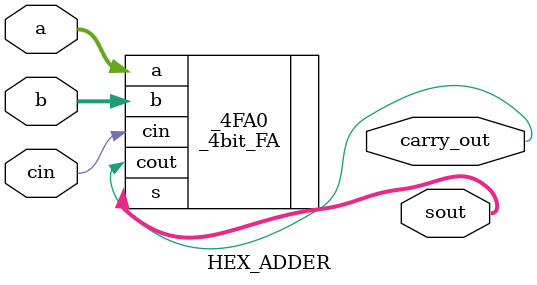
<source format=v>
module HEX_ADDER(
   input [3:0] a,
   input [3:0] b,
   input cin,
       output [3:0]sout,
       output carry_out
);

   
    _4bit_FA _4FA0(.a(a), .b(b), .cin(cin), .s(sout), .cout(carry_out));
   // Instantiates a 4-bit full adder module to perform the addition.
   // Inputs a and b are the operands.
   // Input cin is the carry-in to the addition.
   // Output sout represents the sum of a and b.
   // Output carry_out represents the carry-out from the addition.


endmodule
</source>
